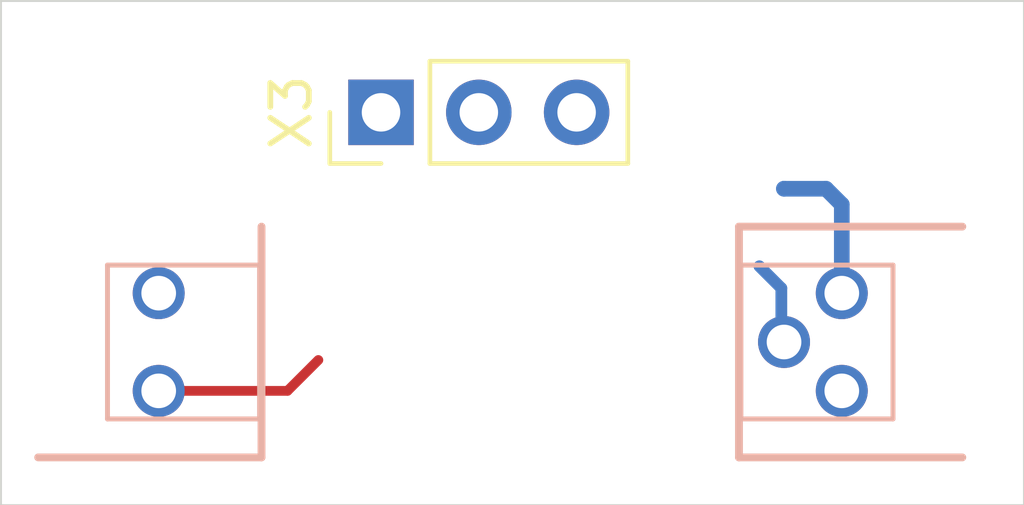
<source format=kicad_pcb>
(kicad_pcb (version 20211014) (generator pcbnew)
  (layers (0 "F.Cu" signal) (31 "B.Cu" signal) (34 "B.Paste" user) (35 "F.Paste" user) (36 "B.SilkS" user "B.Silkscreen") (37 "F.SilkS" user "F.Silkscreen") (38 "B.Mask" user) (39 "F.Mask" user) (44 "Edge.Cuts" user))
  (net 0 "")
  (net 1 "GND")
  (net 2 "+5V")
  (net 3 "LED_EXT")
  (net 4 "IR_LED_A")
  (net 5 "IR_PHT_C")
  (footprint "Connector_PinHeader_2.54mm:PinHeader_1x03_P2.54mm_Vertical" (layer "F.Cu") (at 145.4046 116.7892 90)
    (fp_text reference "X3" (at 0 -2.33 90) (layer "F.SilkS"))
    (fp_text value "PinHeader_1x03_P2.54mm_Vertical" hide)
    (fp_line (start -1.33 1.27) (end 1.33 1.27) (layer "F.SilkS") (width 0.12))
    (fp_line (start -1.33 6.41) (end 1.33 6.41) (layer "F.SilkS") (width 0.12))
    (fp_line (start -1.33 1.27) (end -1.33 6.41) (layer "F.SilkS") (width 0.12))
    (fp_line (start -1.33 0) (end -1.33 -1.33) (layer "F.SilkS") (width 0.12))
    (fp_line (start 1.33 1.27) (end 1.33 6.41) (layer "F.SilkS") (width 0.12))
    (fp_line (start -1.33 -1.33) (end 0 -1.33) (layer "F.SilkS") (width 0.12))
    (pad "1" thru_hole rect (at 0 0 90) (size 1.7 1.7) (drill 1) (layers *.Cu *.Mask) (net 2 "+5V"))
    (pad "2" thru_hole oval (at 0 2.54 90) (size 1.7 1.7) (drill 1) (layers *.Cu *.Mask) (net 1 "GND"))
    (pad "3" thru_hole oval (at 0 5.08 90) (size 1.7 1.7) (drill 1) (layers *.Cu *.Mask) (net 3 "LED_EXT"))
  )
  (footprint "" (layer "F.Cu") (at 148.5011 122.7596)
    (fp_text reference "@HOLE0" hide)
    (fp_text value "" (at 0 0) (layer "F.SilkS") (effects (font (size 1.27 1.27))))
    (pad "" np_thru_hole circle (at 0 0) (size 3 3) (drill 3) (layers *.Cu *.Mask))
  )
  (footprint "" (layer "F.Cu") (at 139.192 116.6876)
    (fp_text reference "@HOLE2" hide)
    (fp_text value "" (at 0 0) (layer "F.SilkS") (effects (font (size 1.27 1.27))))
    (pad "" np_thru_hole circle (at 0 0) (size 3.2 3.2) (drill 3.2) (layers *.Cu *.Mask))
  )
  (footprint "" (layer "F.Cu") (at 157.2768 116.6876)
    (fp_text reference "@HOLE1" hide)
    (fp_text value "" (at 0 0) (layer "F.SilkS") (effects (font (size 1.27 1.27))))
    (pad "" np_thru_hole circle (at 0 0) (size 3.2 3.2) (drill 3.2) (layers *.Cu *.Mask))
  )
  (footprint "mice poke simple v1.3:GP1A57HR_CUT2" (layer "B.Cu") (at 148.5011 122.7596 -90)
    (fp_text reference "U1" hide)
    (fp_text value "Val**" hide)
    (fp_line (start 2 -10.2) (end 2 -6.25) (layer "B.SilkS") (width 0.127))
    (fp_line (start -2 -6.25) (end -2 -10.2) (layer "B.SilkS") (width 0.127))
    (fp_line (start -2 -10.2) (end 2 -10.2) (layer "B.SilkS") (width 0.127))
    (fp_line (start -2 10.2) (end -2 6.25) (layer "B.SilkS") (width 0.127))
    (fp_line (start -2 6.25) (end 2 6.25) (layer "B.SilkS") (width 0.127))
    (fp_line (start 2 6.25) (end 2 10.2) (layer "B.SilkS") (width 0.127))
    (fp_line (start -2 -6.25) (end 2 -6.25) (layer "B.SilkS") (width 0.127))
    (fp_line (start -2 10.2) (end 2 10.2) (layer "B.SilkS") (width 0.127))
    (pad "1" thru_hole circle (at 1.27 8.87 270) (size 1.35 1.35) (drill 0.9) (layers *.Cu *.Mask) (net 4 "IR_LED_A"))
    (pad "2" thru_hole circle (at -1.27 8.87 270) (size 1.35 1.35) (drill 0.9) (layers *.Cu *.Mask) (net 1 "GND"))
    (pad "3" thru_hole circle (at -1.27 -8.87 270) (size 1.35 1.35) (drill 0.9) (layers *.Cu *.Mask) (net 2 "+5V"))
    (pad "4" thru_hole circle (at 0 -7.37 270) (size 1.35 1.35) (drill 0.9) (layers *.Cu *.Mask) (net 5 "IR_PHT_C"))
    (pad "5" thru_hole circle (at 1.27 -8.87 270) (size 1.35 1.35) (drill 0.9) (layers *.Cu *.Mask) (net 1 "GND"))
  )
  (gr_line (start 154.7011 119.7596) (end 154.7011 125.7596) (layer "B.SilkS") (width 0.2032))
  (gr_line (start 160.5011 119.7596) (end 154.7011 119.7596) (layer "B.SilkS") (width 0.2032))
  (gr_line (start 142.3011 125.7596) (end 142.3011 119.7596) (layer "B.SilkS") (width 0.2032))
  (gr_line (start 136.5011 125.7596) (end 142.3011 125.7596) (layer "B.SilkS") (width 0.2032))
  (gr_line (start 154.7011 125.7596) (end 160.5011 125.7596) (layer "B.SilkS") (width 0.2032))
  (gr_line (start 135.5344 127) (end 135.5344 113.8936) (layer "Edge.Cuts") (width 0.05))
  (gr_line (start 162.1028 127) (end 162.1028 113.8936) (layer "Edge.Cuts") (width 0.05))
  (gr_line (start 162.1028 113.8936) (end 135.5344 113.8936) (layer "Edge.Cuts") (width 0.05))
  (gr_line (start 135.5344 127) (end 162.1028 127) (layer "Edge.Cuts") (width 0.05))
  (segment (start 157.0411 121.4596) (end 157.3711 121.4896) (width 0.254) (layer "F.Cu") (net 2))
  (segment (start 156.961418 118.775382) (end 155.868881 118.775382) (width 0.4064) (layer "B.Cu") (net 2))
  (segment (start 157.3711 121.4896) (end 157.3711 119.185063) (width 0.4064) (layer "B.Cu") (net 2))
  (segment (start 155.868881 118.775382) (end 155.8671 118.7736) (width 0.4064) (layer "B.Cu") (net 2))
  (segment (start 157.3711 119.185063) (end 156.961418 118.775382) (width 0.4064) (layer "B.Cu") (net 2))
  (segment (start 142.9751 124.0296) (end 143.776937 123.227763) (width 0.254) (layer "F.Cu") (net 4))
  (segment (start 139.6311 124.0296) (end 142.9751 124.0296) (width 0.254) (layer "F.Cu") (net 4))
  (segment (start 155.8671 122.7636) (end 155.8711 122.7596) (width 0.254) (layer "F.Cu") (net 5))
  (segment (start 155.2311 120.7896) (end 155.8011 121.3596) (width 0.3048) (layer "B.Cu") (net 5))
  (segment (start 155.8011 122.6896) (end 155.8711 122.7596) (width 0.3048) (layer "B.Cu") (net 5))
  (segment (start 155.8011 121.3596) (end 155.8011 122.6896) (width 0.3048) (layer "B.Cu") (net 5))
)
</source>
